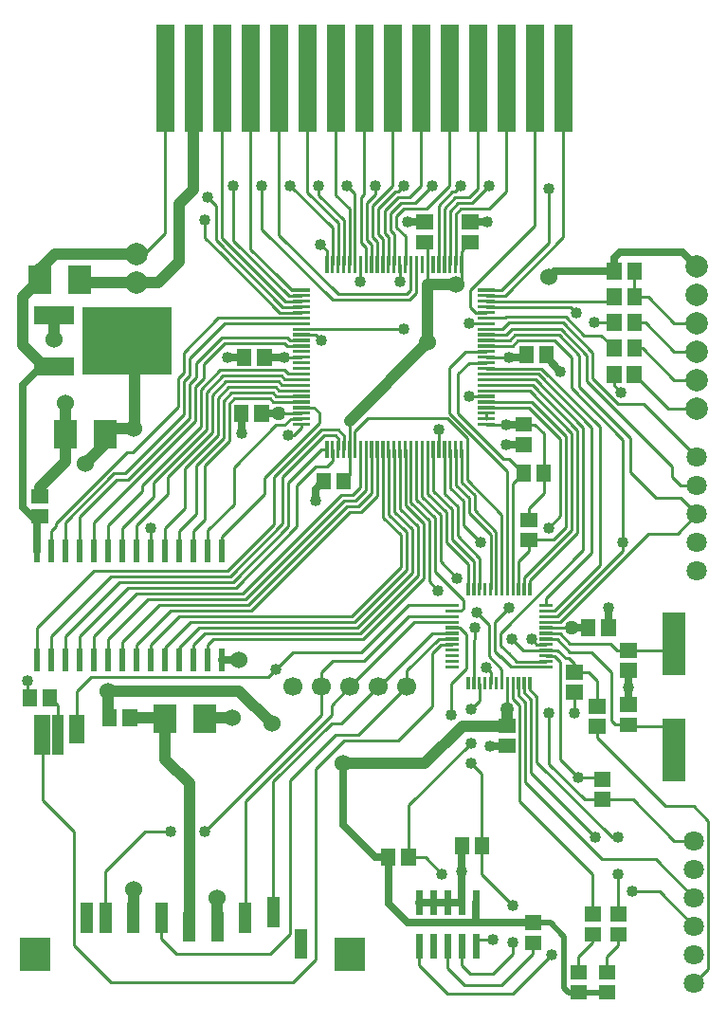
<source format=gbr>
G04 start of page 2 for group 0 idx 0 *
G04 Title: (unknown), component *
G04 Creator: pcb 1.99z *
G04 CreationDate: Thu 29 Aug 2013 05:32:10 PM GMT UTC *
G04 For: p *
G04 Format: Gerber/RS-274X *
G04 PCB-Dimensions (mil): 6000.00 5000.00 *
G04 PCB-Coordinate-Origin: lower left *
%MOIN*%
%FSLAX25Y25*%
%LNTOP*%
%ADD38C,0.0433*%
%ADD37C,0.0630*%
%ADD36C,0.0433*%
%ADD35C,0.1969*%
%ADD34C,0.0354*%
%ADD33C,0.0197*%
%ADD32C,0.0500*%
%ADD31C,0.0600*%
%ADD30R,0.0637X0.0637*%
%ADD29R,0.1063X0.1063*%
%ADD28R,0.0433X0.0433*%
%ADD27R,0.2362X0.2362*%
%ADD26R,0.0630X0.0630*%
%ADD25R,0.0551X0.0551*%
%ADD24R,0.0394X0.0394*%
%ADD23R,0.0200X0.0200*%
%ADD22R,0.0236X0.0236*%
%ADD21R,0.0800X0.0800*%
%ADD20R,0.0110X0.0110*%
%ADD19R,0.0512X0.0512*%
%ADD18C,0.0669*%
%ADD17C,0.0001*%
%ADD16C,0.0787*%
%ADD15C,0.0709*%
%ADD14C,0.0200*%
%ADD13C,0.0250*%
%ADD12C,0.0100*%
%ADD11C,0.0400*%
G54D11*X188456Y406099D02*Y410074D01*
X193411Y393644D02*X193267Y393787D01*
X193411Y385054D02*Y393644D01*
X182411Y383054D02*X188411Y377054D01*
X182411Y383054D02*Y400054D01*
X188411Y406054D02*X182411Y400054D01*
X195456Y415074D02*X222456D01*
X229935Y405054D02*X203411D01*
X202411Y406054D01*
X195391Y415074D02*X193520D01*
X188456Y410010D01*
G54D12*X222456Y415074D02*X224956D01*
X232456Y422574D01*
G54D11*X229935Y405054D02*X237463Y412582D01*
G54D12*X272756Y394689D02*X252370Y415074D01*
X272411Y407033D02*X262463Y416981D01*
X275849Y400595D02*X256463Y419981D01*
X274818Y398626D02*X252463Y420981D01*
X273786Y396658D02*X250370Y420074D01*
G54D11*X237463Y412582D02*Y432973D01*
G54D12*X250370Y420074D02*Y432160D01*
X246456Y420989D02*Y427074D01*
G54D11*X237463Y432973D02*X242456Y437965D01*
Y469100D01*
G54D12*X232456D02*Y422574D01*
X250370Y432160D02*X247456Y435074D01*
X266463Y424002D02*Y439233D01*
X262463Y416981D02*X262456Y473100D01*
X256463Y419981D02*Y439233D01*
X252456Y473100D02*X252463Y420981D01*
X252370Y415074D02*X246456Y420989D01*
X241070Y378666D02*X253156Y390752D01*
X239070Y380666D02*X251126Y392721D01*
X297156Y324382D02*X262747Y289973D01*
X296156Y326382D02*X261747Y291973D01*
X295156Y328382D02*X260747Y293973D01*
X294156Y330382D02*X259747Y295973D01*
X257243Y297973D02*X278652Y319382D01*
Y333878D01*
X256243Y299973D02*X275652Y319382D01*
Y334878D01*
X273652Y320382D02*Y336878D01*
X270652Y320162D02*Y336878D01*
X268658Y266473D02*X277327Y275142D01*
X255243Y301973D02*X273652Y320382D01*
X254463Y303973D02*X270652Y320162D01*
X305030Y331256D02*X300156Y326382D01*
X296156D01*
X301156Y324382D02*X297156D01*
X298156Y330382D02*X294156D01*
X299156Y328382D02*X295156D01*
Y335382D02*X297156Y337382D01*
Y356382D01*
X289156Y340382D02*X285156D01*
G54D13*Y328382D02*Y332468D01*
X288070Y335382D01*
G54D12*X278652Y333878D02*X285156Y340382D01*
X287156Y346382D02*X275652Y334878D01*
X288156Y351382D02*X273652Y336878D01*
X287156Y353382D02*X270652Y336878D01*
X286652Y355878D02*X267259Y336485D01*
X275652Y351382D02*X277677D01*
X280345Y354050D01*
Y355319D01*
X274370Y355074D02*X271370D01*
X302022Y279973D02*X323156Y301107D01*
X301022Y281973D02*X321156Y302107D01*
X325156Y300280D02*Y321382D01*
X323156Y301107D02*Y320382D01*
X321156Y302107D02*Y319382D01*
X319156Y303107D02*Y318382D01*
X317156Y304107D02*Y317382D01*
X315156Y305107D02*Y316382D01*
X300022Y283973D02*X319156Y303107D01*
X316156Y303107D02*X317156Y304107D01*
X298022Y287973D02*X315156Y305107D01*
X318809Y327729D02*X325156Y321382D01*
X316841Y326697D02*X323156Y320382D01*
X314872Y325666D02*X321156Y319382D01*
X312904Y324634D02*X319156Y318382D01*
X317156Y317382D02*X316156Y318382D01*
X308967Y322571D02*X315156Y316382D01*
X291250Y342476D02*X289156Y340382D01*
X292156Y351382D02*X288156D01*
X293156Y353382D02*X287156D01*
X289282Y346382D02*X287156D01*
X291250D02*Y342476D01*
X293219Y346382D02*Y350319D01*
X292156Y351382D01*
X295187Y346382D02*Y351351D01*
X293156Y353382D01*
X299124Y346382D02*Y352854D01*
X303652Y357382D01*
X280345Y361224D02*X284809D01*
X286652Y359382D01*
Y355878D01*
X280345Y359256D02*X272345D01*
G54D13*X266345D01*
G54D12*X280345Y363193D02*X270345D01*
X269156Y364382D01*
X253070Y363666D02*Y350666D01*
X280345Y365162D02*X271376D01*
X280345Y367130D02*X272408D01*
X271376Y365162D02*X270156Y366382D01*
X272408Y367130D02*X271156Y368382D01*
X254786D01*
X280345Y357288D02*X276583D01*
X274370Y355074D01*
X280345Y369099D02*X273439D01*
X272156Y370382D01*
X280345Y371067D02*X274471D01*
X273156Y372382D01*
X280345Y373036D02*X275502D01*
G54D13*X274345Y378941D02*X267345D01*
G54D12*X274345Y383941D02*X253345D01*
X275502Y373036D02*X274156Y374382D01*
X274345Y378941D02*X280345D01*
Y382878D02*X275408D01*
X274345Y383941D01*
X280345Y384847D02*X276439D01*
X275345Y385941D01*
X252345D01*
X280345Y390752D02*X253156D01*
X280345Y392721D02*X251126D01*
X270156Y366382D02*X255786D01*
X253070Y363666D01*
X272156Y370382D02*X253786D01*
X273156Y372382D02*X252786D01*
X274156Y374382D02*X251786D01*
X285471Y386815D02*X287345Y384941D01*
X280345Y386815D02*X285471D01*
G54D11*X297156Y356500D02*X324715Y384059D01*
G54D12*X280345Y388784D02*X316431D01*
X313715Y428500D02*X316290Y431074D01*
X311715Y429420D02*X315370Y433074D01*
X316290Y431074D02*X324370D01*
X315370Y433074D02*X320305D01*
X311715Y423500D02*Y429420D01*
X309715Y430420D02*X314370Y435074D01*
X318370D01*
X307370Y431074D02*X313370Y437074D01*
X314305D01*
X316463Y439233D01*
X306463Y436168D02*Y439233D01*
X322456Y439160D02*X318370Y435074D01*
X287070Y418666D02*X289282Y416454D01*
Y411500D02*Y416454D01*
X301093Y405500D02*Y411500D01*
X305030D02*Y418414D01*
X303370Y420074D01*
X303062Y417382D02*X301370Y419074D01*
X303062Y411500D02*Y417382D01*
X295188Y411500D02*Y427256D01*
X293219Y411500D02*Y426225D01*
X291251Y411500D02*Y424445D01*
X303370Y433074D02*X306463Y436168D01*
X301370Y435074D02*X302463Y436168D01*
X299126Y436571D02*X296463Y439233D01*
X312456Y439160D02*X305370Y432074D01*
X286463Y435981D02*Y439233D01*
X282463Y436981D02*X282456Y473100D01*
X272463Y422002D02*X272456Y473100D01*
X292456D02*Y435989D01*
X297156Y431288D01*
X312456Y473100D02*Y439160D01*
X322456Y473100D02*Y439160D01*
X309715Y422500D02*Y430420D01*
X307370Y422074D02*Y431074D01*
X305370Y421074D02*Y432074D01*
X303370Y420074D02*Y433074D01*
X301370Y419074D02*Y435074D01*
X299126Y411500D02*Y436571D01*
X297156Y411500D02*Y431288D01*
X295188Y427256D02*X286463Y435981D01*
X293219Y426225D02*X282463Y436981D01*
X291251Y424445D02*X276463Y439233D01*
X280345Y402563D02*X276881D01*
X272370Y407074D01*
X280345Y400595D02*X275849D01*
X280345Y398626D02*X274818D01*
X293411Y401054D02*X272463Y422002D01*
X291411Y399054D02*X266463Y424002D01*
X280345Y396658D02*X273786D01*
X280345Y394689D02*X272756D01*
X314873Y405500D02*Y411500D01*
X308967D02*Y420477D01*
X307370Y422074D01*
X306999Y411500D02*Y419445D01*
X305370Y421074D01*
G54D13*X317715Y426500D02*X323715D01*
G54D12*X318810Y411500D02*Y402454D01*
X317411Y401054D01*
X293411D01*
X318411Y399054D02*X291411D01*
X320778Y411500D02*Y401422D01*
X318411Y399054D01*
X230377Y291973D02*X261747D01*
X226378Y293973D02*X260747D01*
X222378Y295973D02*X259747D01*
X219378Y297973D02*X257243D01*
X216378Y299973D02*X256243D01*
X213378Y301973D02*X255243D01*
X192377Y272473D02*Y280973D01*
G54D11*X197378Y362973D02*Y342059D01*
G54D12*X197377Y310973D02*Y321020D01*
X192377Y310973D02*Y317973D01*
X194070Y319666D01*
Y320666D01*
X187378Y272473D02*Y283973D01*
X212378Y310973D02*Y319973D01*
X207378Y310973D02*Y320973D01*
X202377Y310973D02*Y322973D01*
X183864Y265146D02*Y260060D01*
X184778Y259146D01*
X194634Y246174D02*Y256376D01*
X191864Y259146D01*
X201327Y248142D02*Y261423D01*
X206377Y266473D01*
X227377Y277973D02*X237377Y287973D01*
X222378Y277973D02*X234377Y289973D01*
X217377Y278973D02*X230377Y291973D01*
X237377Y310973D02*Y317973D01*
X212378Y272473D02*Y279973D01*
X207378Y272473D02*Y280973D01*
X202377Y272473D02*Y280973D01*
X197378Y272473D02*Y280973D01*
X216378Y299973D01*
X192377Y280973D02*X213378Y301973D01*
X187378Y283973D02*X207378Y303973D01*
X212378Y279973D02*X226378Y293973D01*
X207378Y280973D02*X222378Y295973D01*
X202377Y280973D02*X219378Y297973D01*
X228378Y334973D02*X247070Y353666D01*
X224377Y333973D02*X245070Y354666D01*
X220377Y333973D02*X243070Y356666D01*
X241070Y357666D02*X219377Y335973D01*
X214411Y338054D02*X218411D01*
X239070Y358714D01*
X219070Y345666D02*X221070D01*
X237070Y361666D01*
G54D13*X187377Y310973D02*Y321934D01*
X188411Y322969D01*
X185497D01*
X182411Y326054D01*
G54D12*X197377Y321020D02*X214411Y338054D01*
X194070Y320666D02*X219070Y345666D01*
G54D11*X188411Y330054D02*Y333088D01*
X197378Y342054D01*
G54D13*X182411Y326054D02*Y369054D01*
X189411Y376054D02*X182411Y369054D01*
G54D12*X227377Y272473D02*Y277973D01*
X222378Y272473D02*Y277973D01*
X217377Y272473D02*Y278973D01*
X268658Y266473D02*X206377D01*
G54D11*X212456Y261574D02*X258456D01*
G54D13*X252377Y272473D02*X258377D01*
G54D11*X255956Y252074D02*X246479D01*
X246377Y251973D01*
X212456Y261574D02*Y252489D01*
X212870Y252074D01*
X219956D02*X231956D01*
X232456Y251574D01*
G54D12*X252377Y310973D02*Y315973D01*
X242378Y310973D02*Y317973D01*
X246377Y321973D01*
X237377Y317973D02*X243377Y323973D01*
X247377Y310973D02*Y318045D01*
X232378Y310973D02*Y318973D01*
X239378Y325973D01*
X217377Y310973D02*Y318973D01*
X227377Y310973D02*Y318973D01*
X222378Y310973D02*Y319973D01*
X207378Y303973D02*X254463D01*
X239378Y325973D02*Y339973D01*
X252377Y315973D02*X267259Y330855D01*
X256652Y327320D02*X247377Y318045D01*
X217377Y318973D02*X228378Y329973D01*
X212378Y319973D02*X224377Y331973D01*
Y333973D01*
X228378Y329973D02*Y334973D01*
X222378Y319973D02*X233377Y330973D01*
Y336973D01*
X207378Y320973D02*X220377Y333973D01*
X202377Y322973D02*X215377Y335973D01*
X219378D02*X215377D01*
G54D11*X221463Y353973D02*X213377D01*
X211377Y351973D01*
X204456Y341574D02*X211456Y348574D01*
Y352051D01*
G54D12*X243377Y323973D02*Y340973D01*
X246377D02*Y321973D01*
X239378Y339973D02*X251070Y351666D01*
X233377Y336973D02*X249070Y352666D01*
X267259Y330855D02*Y336485D01*
X271370Y355074D02*X256652Y340357D01*
Y327320D02*Y340357D01*
G54D13*X259259Y359256D02*Y352256D01*
X254345Y378941D02*X260259D01*
G54D12*X255070Y362666D02*X256786Y364382D01*
X269156D02*X256786D01*
X252345Y385941D02*X243370Y376965D01*
X246070Y371666D02*Y376666D01*
X253345Y383941D01*
X243370Y376965D02*Y371965D01*
X246377Y340973D02*X255070Y349666D01*
Y362666D01*
X243377Y340973D02*X253070Y350666D01*
X251070Y351666D02*Y364666D01*
X249070Y352666D02*Y365666D01*
X247070Y353666D02*Y366666D01*
X251070Y364666D02*X254786Y368382D01*
X249070Y365666D02*X253786Y370382D01*
X247070Y366666D02*X252786Y372382D01*
X245070Y367666D02*X251786Y374382D01*
X243070Y368666D02*X246070Y371666D01*
X243370Y371965D02*X241070Y369666D01*
X245070Y354666D02*Y367666D01*
X243070Y356666D02*Y368666D01*
X241070Y369666D02*Y357666D01*
X239070Y358714D02*Y370666D01*
X241070Y372666D01*
Y378666D01*
G54D11*X221493Y353973D02*Y384296D01*
G54D12*X237070Y361666D02*Y371666D01*
X239070Y373666D01*
Y380666D01*
X247377Y272473D02*Y277973D01*
X249377Y279973D01*
X242378Y272473D02*Y277973D01*
X246377Y281973D01*
X237377Y272473D02*Y276973D01*
X244378Y283973D01*
X232378Y272473D02*Y276973D01*
X241378Y285973D01*
X237377Y287973D02*X298022D01*
X241378Y285973D02*X299022D01*
X311683Y298634D01*
X234377Y289973D02*X262747D01*
X244378Y283973D02*X300022D01*
X246377Y281973D02*X301022D01*
X249377Y279973D02*X302022D01*
X307327Y263142D02*X307567D01*
X287327Y268142D02*X291327Y272142D01*
X302327D01*
X277327Y275142D02*X301327D01*
G54D11*X294956Y236074D02*X323639D01*
G54D12*X295535Y244142D02*X314327D01*
X326327Y256142D01*
X292327Y246142D02*X300327D01*
X317327Y263142D01*
X326327Y256142D02*Y274934D01*
X317327Y263142D02*Y268722D01*
X328495Y279889D01*
X307567Y263142D02*X326283Y281858D01*
X297327Y263142D02*X319980Y285795D01*
X302327Y272142D02*X317948Y287763D01*
X301327Y275142D02*X317885Y291700D01*
G54D11*X258456Y261574D02*X269956Y250074D01*
G54D12*X287327Y253142D02*X246327Y212142D01*
X294327Y250142D02*X307327Y263142D01*
X294327Y250142D02*X290861D01*
X290864Y253146D02*Y256679D01*
X297331Y263146D01*
X287327Y268142D02*Y253142D01*
X260579Y222861D02*X290864Y253146D01*
X270421Y229703D02*X290861Y250142D01*
X292327Y246142D02*X276327Y230142D01*
X295327Y244142D02*X285327Y234142D01*
G54D13*X294956Y236074D02*Y214481D01*
X306362Y203074D01*
G54D12*X323956Y203043D02*X317956D01*
Y221392D01*
G54D13*X310870Y203074D02*X306362D01*
G54D12*X358657Y264346D02*Y261067D01*
X360626Y264346D02*Y262099D01*
X359145Y257579D02*Y229579D01*
X357145Y256579D02*Y226579D01*
X363145Y259579D02*Y236579D01*
X357145Y226547D02*Y222854D01*
X361145Y258579D02*Y232854D01*
X361798Y173115D02*Y169200D01*
X350798Y158200D01*
G54D13*X361712Y180115D02*X361798Y180200D01*
X346751Y242260D02*X352751D01*
G54D12*X354720Y264346D02*Y259004D01*
X352751Y264345D02*Y255346D01*
G54D13*Y249346D02*Y249346D01*
G54D11*Y255346D02*Y249346D01*
X336909Y249345D02*X352909D01*
G54D12*X354720Y259004D02*X357145Y256579D01*
X356688Y264346D02*Y260036D01*
X359145Y257579D01*
X358657Y261067D02*X361145Y258579D01*
X360626Y262099D02*X363145Y259579D01*
X350783Y264345D02*Y269220D01*
X346211Y273792D01*
X353955Y270049D02*X350211Y273792D01*
X350327Y273676D02*X348327Y275676D01*
X332909Y253345D02*Y264257D01*
X342909Y258345D02*X339909Y255345D01*
G54D11*X323639Y236074D02*X336909Y249345D01*
G54D12*X339909Y243345D02*X317956Y221392D01*
X343798Y232456D02*X339909Y236345D01*
X338231Y269579D02*X332909Y264257D01*
X335956Y203074D03*
G54D13*X336798Y187200D02*Y207200D01*
G54D12*X329798Y197200D02*X323956Y203043D01*
G54D13*X336798Y187200D02*X321798D01*
X317561Y180115D02*X361712D01*
X341798Y187200D02*Y180232D01*
G54D12*X354798Y186200D02*X343798Y197200D01*
Y232456D01*
G54D13*X341798Y180232D02*X341956Y180074D01*
G54D12*X347798Y174200D02*X341798D01*
X354798Y169200D02*X347798Y162200D01*
X339798D02*X347798D01*
X337798Y158200D02*X350798D01*
X331798Y155200D02*X354691D01*
X371297Y285797D02*X402463Y316963D01*
G54D13*X388327Y290828D02*Y283828D01*
G54D12*X391327Y275914D02*X409013D01*
X411327Y278228D01*
X402463Y316963D02*X411548D01*
X412548D01*
X405070Y329666D02*X413675D01*
X412548Y316963D02*X419463Y323878D01*
X374751Y278346D02*X388895D01*
X375327Y283828D02*X375327Y283828D01*
G54D13*X375318Y283828D02*X381241D01*
X381241Y283828D01*
G54D12*X370265Y287765D02*X393463Y310963D01*
X360211Y314706D02*Y310792D01*
X356687Y307268D01*
Y297404D02*Y307268D01*
X360211Y314706D02*X369126D01*
X366327Y287765D02*X370265D01*
X366327Y285797D02*X371297D01*
X366327Y283828D02*X375327D01*
G54D13*X395327Y268828D02*Y256828D01*
G54D12*X389327Y268228D02*Y251228D01*
X390814Y249741D01*
X395327D01*
X395841Y249228D01*
X411327D01*
X366327Y281860D02*X371237D01*
X374751Y278346D01*
X366327Y279891D02*X370206D01*
X366327Y277922D02*X363081D01*
X361211Y279792D01*
X366327Y272017D02*X355987D01*
X366327Y270049D02*X353955D01*
X354327Y279828D02*X358202Y275954D01*
X370483D01*
X355987Y272017D02*X353211Y274792D01*
X370206Y279891D02*X374751Y275346D01*
X366327Y273985D02*X369451D01*
X371463Y271973D01*
X370483Y275954D02*X373294Y273142D01*
X374327D01*
X371463Y271973D02*Y237642D01*
X367463Y235973D02*Y253973D01*
X388895Y278346D02*X391327Y275914D01*
X374751Y275346D02*X382209D01*
X389327Y268228D01*
X374327Y273142D02*X376327Y271142D01*
Y268142D01*
X381327D01*
X384327Y265142D01*
Y256142D01*
Y249142D02*Y245142D01*
X376463Y253973D02*Y261006D01*
X376327Y261142D01*
X340940Y264346D02*Y279450D01*
X346846Y264345D02*Y268157D01*
X345211Y269792D01*
X341463Y279973D02*Y283973D01*
X346211Y284980D02*X341846Y289346D01*
X346211Y284980D02*Y273792D01*
X348327Y275676D02*Y285908D01*
X353211Y290792D02*X348327Y285908D01*
X353252Y274752D02*X350327Y277676D01*
Y281936D01*
X342909Y264345D02*Y258345D01*
X346846Y297404D02*Y316591D01*
X348813Y317623D02*Y297404D01*
X350782D02*Y323654D01*
X338231Y269579D02*Y281579D01*
X335983Y283827D01*
X333269D01*
Y289733D02*X336384D01*
X337231Y290579D01*
Y293579D01*
X340940Y279450D02*X341463Y279973D01*
X333269Y277921D02*X329314D01*
X333269Y279889D02*X328495D01*
X326327Y274934D02*X329314Y277921D01*
X333269Y281858D02*X326283D01*
X333269Y285795D02*X319980D01*
X333269Y287763D02*X317948D01*
X342908Y297404D02*Y308284D01*
X340939Y297404D02*Y307253D01*
X338971Y297404D02*Y306221D01*
X334846Y301346D02*X329156Y307035D01*
X333269Y291700D02*X317885D01*
X316156Y303107D02*X311683Y298634D01*
X337231Y293579D02*X327156Y303654D01*
X328463Y296973D02*X325156Y300280D01*
X327156Y303654D02*Y322382D01*
X320778Y328760D01*
X329156Y307035D02*Y323382D01*
X322746Y329792D01*
G54D11*X240894Y229136D02*X232456Y237574D01*
X240894Y229136D02*Y178714D01*
G54D12*X234327Y212142D02*X225327D01*
X211366Y198181D01*
G54D11*X221209Y181863D02*Y191863D01*
X250735Y188714D02*Y178714D01*
G54D12*X211366Y198181D02*Y181863D01*
X236327Y169142D02*X231051Y174418D01*
Y181863D01*
G54D11*X232456Y237574D02*Y251973D01*
G54D12*X260579Y181863D02*Y222861D01*
X270421Y183831D02*Y229703D01*
X276327Y230142D02*Y176142D01*
X285327Y234142D02*Y167142D01*
X276327Y176142D02*X269327Y169142D01*
X236327D01*
X285327Y167142D02*X277327Y159142D01*
X213327D01*
X200327Y172142D01*
Y212142D01*
X189327Y223142D01*
Y245142D01*
X331798Y171846D02*Y164200D01*
X321798Y165200D02*Y172200D01*
Y165200D02*X331798Y155200D01*
Y164200D02*X337798Y158200D01*
X336798Y171846D02*Y165200D01*
X339798Y162200D01*
G54D13*X310870Y203074D02*Y186806D01*
X317601Y180074D02*X310870Y186806D01*
G54D12*X386145Y202579D02*X359145Y229579D01*
X379943Y223493D02*X367463Y235973D01*
X357145Y222854D02*X382798Y197200D01*
X361145Y232854D02*X383798Y210200D01*
X377798Y231307D02*X385417D01*
X363145Y236579D02*X389524Y210200D01*
X371463Y237642D02*X377798Y231307D01*
X384327Y245142D02*X408327Y221142D01*
X379943Y223493D02*X396943D01*
X389524Y210200D02*X391798D01*
X386145Y202579D02*X404857D01*
X418463Y188973D02*X404857Y202579D01*
X405235Y191200D02*X406236D01*
X418463Y158973D02*X423463Y163973D01*
Y215973D01*
X406236Y191200D02*X418463Y178973D01*
Y208973D02*X411463D01*
X396798Y191200D02*X405235D01*
X423463Y215973D02*X418294Y221142D01*
X408327D02*X418294D01*
X411463Y208973D02*X396943Y223493D01*
X391798Y197200D02*Y183200D01*
X382798Y197200D02*Y183200D01*
Y176115D02*Y173200D01*
X354798D02*Y169200D01*
G54D14*X361798Y180115D02*X367884D01*
X372798Y175200D01*
G54D12*X391798Y176115D02*Y172200D01*
X387798Y168200D01*
Y162743D01*
X354691Y155200D02*X368463Y168973D01*
X382798Y173200D02*X377798Y168200D01*
Y162743D01*
G54D14*X372798Y175200D02*Y157200D01*
X374341Y155657D01*
X387798D01*
G54D12*X410558Y336878D02*X413558Y333878D01*
X410558Y336878D02*Y340657D01*
X419463Y323878D02*X413675Y329666D01*
X419463Y333878D02*X413558D01*
X405070Y329666D02*X396070Y338666D01*
X409378Y360973D02*X397378Y372973D01*
X411378Y370973D02*X400276Y382074D01*
X419463Y380973D02*X411378D01*
X419463Y390973D02*X411378D01*
X397456Y382074D02*X400276D01*
X397456Y391074D02*X401276D01*
X411378Y380973D02*X401276Y391074D01*
X402276Y400074D02*X411378Y390973D01*
G54D13*X392463Y415973D02*X413463D01*
X414463D01*
X419463Y410973D01*
G54D12*Y360973D02*X409378D01*
X419463Y370973D02*X411378D01*
X419463Y343878D02*X400675Y362666D01*
X396070Y338666D02*Y350666D01*
X380778Y370437D02*X410558Y340657D01*
X382778Y371437D02*X391549Y362666D01*
X390292Y372973D02*Y369152D01*
X392778Y366666D01*
X391549Y362666D02*X400675D01*
X301093Y346382D02*Y333319D01*
X298156Y330382D01*
X303061Y346382D02*Y332287D01*
X299156Y328382D01*
X305030Y346382D02*Y331256D01*
X306998Y346382D02*Y330224D01*
X308967Y346382D02*Y322571D01*
X306998Y330224D02*X301156Y324382D01*
X310935Y346382D02*Y323603D01*
X312904Y346382D02*Y324634D01*
X314872Y346382D02*Y325666D01*
X310935Y323603D02*X316156Y318382D01*
X316841Y346382D02*Y326697D01*
X318809Y327729D02*Y346382D01*
X320778Y328760D02*Y346382D01*
X322746Y329792D02*Y346382D01*
X324715D02*Y330823D01*
X326683Y331854D02*Y346382D01*
X330620Y330918D02*Y346382D01*
X328652D02*Y353382D01*
X303652Y357382D02*X331652D01*
X324715Y330823D02*X331156Y324382D01*
X333156Y325382D02*X326683Y331854D01*
X335156Y326382D02*X330620Y330918D01*
X331156Y324382D02*Y314011D01*
X333156Y314947D02*Y325382D01*
X335156Y316035D02*Y326382D01*
X337156Y328382D02*X332589Y332949D01*
X334557Y333981D02*X339156Y329382D01*
X336526Y335012D02*X341156Y330382D01*
X331156Y314011D02*X338971Y306196D01*
X340939Y307165D02*X333156Y314947D01*
X342908Y308284D02*X335156Y316035D01*
X343211Y313792D02*X337156Y319847D01*
Y328382D01*
X339156Y329382D02*Y324281D01*
X341156Y330382D02*Y325280D01*
X338652Y335784D02*X350782Y323654D01*
X339156Y324281D02*X346846Y316591D01*
X341156Y325280D02*X348813Y317623D01*
X354719Y297404D02*Y334489D01*
X352750Y297404D02*Y338946D01*
X358656Y297404D02*Y301425D01*
X360624Y297404D02*Y300394D01*
X332589Y332949D02*Y346382D01*
X334557D02*Y333981D01*
X336526Y346382D02*Y335012D01*
X338652Y350382D02*Y335784D01*
X351463Y343233D02*X335463Y359233D01*
X331652Y357382D02*X338652Y350382D01*
X339463Y365161D02*X345463D01*
X335463Y359233D02*Y373233D01*
X332463Y359233D02*Y375233D01*
X335463Y373233D02*X339202Y376972D01*
X332463Y375233D02*X338139Y380909D01*
X339202Y376972D02*X345463D01*
X338139Y380909D02*X345463D01*
X352750Y338946D02*X332463Y359233D01*
X339463Y390752D02*X345463D01*
Y394689D02*X341526D01*
X339715Y396500D01*
Y402500D01*
G54D11*X324715Y384059D02*Y404500D01*
X334526D01*
G54D12*Y404689D02*X334715Y404500D01*
X336526Y406311D02*X334715Y404500D01*
X324715Y411500D02*Y418414D01*
Y411500D02*Y404500D01*
Y418414D02*X323715Y419414D01*
X316841Y411500D02*Y421374D01*
X313715Y424500D01*
Y428500D01*
X312904Y411500D02*Y422311D01*
X311715Y423500D01*
X310936Y411500D02*Y421279D01*
X309715Y422500D01*
X320305Y433074D02*X326463Y439233D01*
X332456Y473100D02*Y439160D01*
X324370Y431074D01*
X302463Y436168D02*X302456Y473100D01*
X336526Y416225D02*X339715Y419414D01*
X336526Y411500D02*Y406311D01*
Y411311D02*Y416225D01*
G54D13*X339715Y426500D02*X345715D01*
G54D12*X339715Y402500D02*X362463Y425248D01*
X346370Y431074D02*X336370D01*
X340305Y433074D02*X346463Y439233D01*
X342463Y438168D02*X339370Y435074D01*
X334305Y437074D02*X336463Y439233D01*
X336370Y431074D02*X334558Y429263D01*
X332589Y430294D02*X335370Y433074D01*
X340305D01*
X339370Y435074D02*X334370D01*
X330621Y431326D01*
X334558Y429263D02*Y411500D01*
X332589D02*Y430294D01*
X330621Y431326D02*Y411500D01*
X328652D02*Y432357D01*
X333370Y437074D01*
X334305D01*
X353493Y384846D02*X355431Y386784D01*
X352400Y386815D02*X354369Y388784D01*
X345463Y384846D02*X353493D01*
X345463Y388783D02*X351078D01*
X353370Y391074D01*
X345463Y392720D02*X352015D01*
X352370Y393074D01*
X372463Y421233D02*X372456Y477100D01*
X367456Y419225D02*Y438074D01*
X362463Y425248D02*Y469093D01*
X362456Y469100D01*
X352456D02*Y437160D01*
X345463Y402563D02*X350793D01*
X352456Y437160D02*X346370Y431074D01*
X342456Y473100D02*X342463Y438168D01*
X360566Y367130D02*X345463D01*
X361598Y369098D02*X345463D01*
X362630Y371067D02*X345463D01*
Y378941D02*X353463D01*
X363661Y373035D02*X345463D01*
X364693Y375004D02*X345463D01*
Y382878D02*X354526D01*
G54D13*X358588Y378941D02*X359431Y379784D01*
G54D12*X397456Y409074D02*Y400074D01*
X402276D01*
G54D13*X390370Y409074D02*Y413879D01*
G54D12*X388921Y398626D02*X390370Y400074D01*
G54D13*Y413879D02*X392463Y415973D01*
X369370Y409074D02*X390370D01*
G54D12*X383370Y391074D02*X390370D01*
X373370Y393074D02*X379778Y386666D01*
X385778D01*
X390370Y382074D01*
X382778Y380666D02*X372370Y391074D01*
G54D13*X371431Y373784D02*X366517Y378698D01*
G54D12*X375370Y378845D02*Y368074D01*
X378070Y368666D02*Y379666D01*
X380778Y370437D02*Y379666D01*
G54D13*X366517Y378698D02*Y379784D01*
X353588Y378941D02*X358588D01*
G54D12*X354526Y382878D02*X356431Y384784D01*
X369431D01*
X355431Y386784D02*X370952D01*
X369431Y384784D02*X375370Y378845D01*
X378070Y379666D02*X370952Y386784D01*
X380778Y379666D02*X371660Y388784D01*
X382778Y371437D02*Y380666D01*
X345463Y398626D02*X388921D01*
X345463Y396657D02*X375080D01*
X377070Y394666D01*
X351824Y400594D02*X372463Y421233D01*
X350793Y402563D02*X367456Y419225D01*
G54D13*X367370Y407074D02*X369370Y409074D01*
G54D12*X345463Y386815D02*X352400D01*
X345463Y400594D02*X351824D01*
X352370Y393074D02*X373370D01*
X354369Y388784D02*X371660D01*
X353370Y391074D02*X372370D01*
X367211Y318792D02*X371463Y323044D01*
X369126Y314706D02*X373463Y319044D01*
X371463Y323044D02*Y350233D01*
X373463Y319044D02*Y351233D01*
X365549Y338147D02*Y331319D01*
X360211Y325981D01*
Y321792D01*
X358463Y338233D02*X354719Y334489D01*
X358656Y301425D02*X375463Y318233D01*
Y352233D01*
X377463Y317233D02*Y353233D01*
X379463Y311072D02*Y354233D01*
X382463Y310233D02*Y354233D01*
X385327Y305733D02*Y354369D01*
X393463Y310963D02*Y349981D01*
X360624Y300394D02*X377463Y317233D01*
X350327Y281936D02*X379463Y311072D01*
X366327Y291702D02*Y294096D01*
X382463Y310233D01*
X366327Y289733D02*X369327D01*
X385327Y305733D01*
X345463Y359256D02*Y357287D01*
Y355319D02*X352463D01*
X360472Y361224D02*X371463Y350233D01*
X365549Y338233D02*Y352147D01*
X362463Y355233D01*
X373463Y351233D02*X361463Y363233D01*
X358463Y338233D02*X353463Y343233D01*
X351463D01*
G54D13*X352463Y348233D02*X358463D01*
X352549Y355319D02*X358463D01*
G54D12*X345463Y361224D02*X360472D01*
X362463Y355233D02*X358463D01*
X361463Y363233D02*X345463D01*
X375463Y352233D02*X360566Y367130D01*
X377463Y353233D02*X361598Y369098D01*
X379463Y354233D02*X362630Y371067D01*
X382463Y354233D02*X363661Y373035D01*
X385327Y354369D02*X364693Y375004D01*
X375370Y368074D02*X393463Y349981D01*
X396070Y350666D02*X378070Y368666D01*
G54D15*X419463Y343878D03*
Y333878D03*
Y323878D03*
Y313878D03*
Y303878D03*
X418463Y208973D03*
Y198973D03*
Y188973D03*
Y178973D03*
Y168973D03*
Y158973D03*
G54D16*X419463Y410973D03*
Y400973D03*
Y390973D03*
Y380973D03*
Y370973D03*
Y360973D03*
X222411Y415054D03*
Y405054D03*
G54D17*G36*
X212119Y395606D02*Y389606D01*
X218119D01*
Y395606D01*
X212119D01*
G37*
G36*
X219993D02*Y389606D01*
X225993D01*
Y395606D01*
X219993D01*
G37*
G36*
Y387732D02*Y381732D01*
X225993D01*
Y387732D01*
X219993D01*
G37*
G36*
X212119D02*Y381732D01*
X218119D01*
Y387732D01*
X212119D01*
G37*
G36*
X219993Y379858D02*Y373858D01*
X225993D01*
Y379858D01*
X219993D01*
G37*
G36*
X212119D02*Y373858D01*
X218119D01*
Y379858D01*
X212119D01*
G37*
G36*
X227867Y395606D02*Y389606D01*
X233867D01*
Y395606D01*
X227867D01*
G37*
G36*
Y387732D02*Y381732D01*
X233867D01*
Y387732D01*
X227867D01*
G37*
G36*
Y379858D02*Y373858D01*
X233867D01*
Y379858D01*
X227867D01*
G37*
G54D18*X277327Y263142D03*
X287327D03*
X297327D03*
X307327D03*
X317327D03*
G54D19*X397456Y400467D02*Y399681D01*
X390370Y400467D02*Y399681D01*
X397456Y391467D02*Y390681D01*
X390370Y391467D02*Y390681D01*
X397456Y382467D02*Y381681D01*
X390370Y382467D02*Y381681D01*
X397378Y373366D02*Y372580D01*
X390292Y373366D02*Y372580D01*
X397456Y409467D02*Y408681D01*
X390370Y409467D02*Y408681D01*
G54D20*X343014Y373035D02*X347912D01*
X343014Y375004D02*X347912D01*
X343014Y376972D02*X347912D01*
X343014Y378941D02*X347912D01*
X343014Y380909D02*X347912D01*
X343014Y382878D02*X347912D01*
X343014Y384846D02*X347912D01*
X343014Y386815D02*X347912D01*
X343014Y388783D02*X347912D01*
G54D19*X366517Y380177D02*Y379391D01*
X359431Y380177D02*Y379391D01*
X365549Y338626D02*Y337840D01*
X358463Y338626D02*Y337840D01*
X359818Y321792D02*X360604D01*
X359818Y314706D02*X360604D01*
X385752Y223493D02*X386538D01*
X385752Y230579D02*X386538D01*
X382405Y183200D02*X383191D01*
X382405Y176114D02*X383191D01*
X391405Y183200D02*X392191D01*
X391405Y176114D02*X392191D01*
X377405Y155657D02*X378191D01*
X377405Y162743D02*X378191D01*
X387405Y155657D02*X388191D01*
X387405Y162743D02*X388191D01*
X352358Y242260D02*X353144D01*
X352358Y249346D02*X353144D01*
G54D21*X411327Y247828D02*Y233828D01*
G54D19*X383934Y249142D02*X384720D01*
G54D20*X364628Y270048D02*X368026D01*
X364628Y272016D02*X368026D01*
X364628Y273985D02*X368026D01*
X364628Y275953D02*X368026D01*
X364628Y277922D02*X368026D01*
X364628Y279890D02*X368026D01*
X364628Y281859D02*X368026D01*
X364628Y283827D02*X368026D01*
X364628Y285796D02*X368026D01*
G54D21*X411327Y285228D02*Y271228D01*
G54D20*X364628Y287764D02*X368026D01*
X364628Y289733D02*X368026D01*
X364628Y291701D02*X368026D01*
X360624Y299102D02*Y295704D01*
X358656Y299102D02*Y295704D01*
X356687Y299102D02*Y295704D01*
X354719Y299102D02*Y295704D01*
X352750Y299102D02*Y295704D01*
X350782Y299102D02*Y295704D01*
X348813Y299102D02*Y295704D01*
X346845Y299102D02*Y295704D01*
X344876Y299102D02*Y295704D01*
X338972Y266044D02*Y262646D01*
X340940Y266044D02*Y262646D01*
X342909Y266044D02*Y262646D01*
G54D19*X343884Y207593D02*Y206807D01*
G54D22*X341798Y190350D02*Y184051D01*
G54D20*X344877Y266044D02*Y262646D01*
X346846Y266044D02*Y262646D01*
X348814Y266044D02*Y262646D01*
X350783Y266044D02*Y262646D01*
X352751Y266044D02*Y262646D01*
X354720Y266044D02*Y262646D01*
X356688Y266044D02*Y262646D01*
X358657Y266044D02*Y262646D01*
X360625Y266044D02*Y262646D01*
G54D19*X361405Y180200D02*X362191D01*
X394934Y256827D02*X395720D01*
X394934Y249741D02*X395720D01*
X394934Y268828D02*X395720D01*
X394934Y275914D02*X395720D01*
X375934Y261142D02*X376720D01*
X375934Y268228D02*X376720D01*
X388327Y284221D02*Y283435D01*
X381241Y284221D02*Y283435D01*
X383934Y256228D02*X384720D01*
G54D23*X187377Y275473D02*Y269473D01*
G54D19*X188018Y330054D02*X188804D01*
X188018Y322968D02*X188804D01*
G54D23*X192377Y275473D02*Y269473D01*
G54D19*X191864Y259539D02*Y258753D01*
X184778Y259539D02*Y258753D01*
G54D23*X197377Y275473D02*Y269473D01*
X202377Y275473D02*Y269473D01*
X207377Y275473D02*Y269473D01*
X212377Y275473D02*Y269473D01*
X217377Y275473D02*Y269473D01*
X222377Y275473D02*Y269473D01*
X227377Y275473D02*Y269473D01*
G54D19*X219956Y252467D02*Y251681D01*
X212870Y252467D02*Y251681D01*
G54D24*X194634Y251095D02*Y241252D01*
G54D25*X189122Y250307D02*Y242040D01*
X201327Y250307D02*Y245977D01*
G54D23*X232377Y275473D02*Y269473D01*
X237377Y275473D02*Y269473D01*
X242377Y275473D02*Y269473D01*
X247377Y275473D02*Y269473D01*
X252377Y275473D02*Y269473D01*
G54D21*X232377Y252973D02*Y250973D01*
X246377Y252973D02*Y250973D01*
G54D23*X252377Y313973D02*Y307973D01*
X247377Y313973D02*Y307973D01*
X242377Y313973D02*Y307973D01*
X237377Y313973D02*Y307973D01*
X232377Y313973D02*Y307973D01*
X227377Y313973D02*Y307973D01*
X222377Y313973D02*Y307973D01*
X217377Y313973D02*Y307973D01*
X212377Y313973D02*Y307973D01*
X207377Y313973D02*Y307973D01*
X202377Y313973D02*Y307973D01*
X197377Y313973D02*Y307973D01*
X192377Y313973D02*Y307973D01*
X187377Y313973D02*Y307973D01*
G54D21*X188411Y407054D02*Y405054D01*
X202411Y407054D02*Y405054D01*
G54D26*X189527Y375677D02*X197008D01*
X189527Y393787D02*X197008D01*
G54D21*X211377Y352973D02*Y350973D01*
X197377Y352973D02*Y350973D01*
G54D27*X215119Y384732D02*X222993D01*
G54D28*X270421Y186882D02*Y180780D01*
X260579Y184914D02*Y178812D01*
X250736Y181764D02*Y175663D01*
X240894Y181764D02*Y175663D01*
X231051Y184914D02*Y178812D01*
X221209Y184914D02*Y178812D01*
X211366Y184914D02*Y178812D01*
X204969Y184914D02*Y178812D01*
X280264Y175859D02*Y169757D01*
G54D29*X297389Y169600D02*Y168418D01*
X186760Y169600D02*Y168418D01*
G54D30*X302455Y492728D02*Y461473D01*
X312455Y492728D02*Y461473D01*
X322455Y492728D02*Y461473D01*
X332455Y492728D02*Y461473D01*
X342455Y492728D02*Y461473D01*
X352455Y492728D02*Y461473D01*
X362455Y492728D02*Y461473D01*
X372455Y492728D02*Y461473D01*
G54D19*X260259Y379334D02*Y378548D01*
X267345Y379334D02*Y378548D01*
G54D20*X289282Y348831D02*Y343933D01*
X291250Y348831D02*Y343933D01*
X293219Y348831D02*Y343933D01*
X295187Y348831D02*Y343933D01*
X297156Y348831D02*Y343933D01*
X299124Y348831D02*Y343933D01*
X301093Y348831D02*Y343933D01*
X303061Y348831D02*Y343933D01*
X305030Y348831D02*Y343933D01*
G54D19*X288070Y335775D02*Y334989D01*
X295156Y335775D02*Y334989D01*
G54D20*X306998Y348831D02*Y343933D01*
X308967Y348831D02*Y343933D01*
X310935Y348831D02*Y343933D01*
X312904Y348831D02*Y343933D01*
X314872Y348831D02*Y343933D01*
X316841Y348831D02*Y343933D01*
X318809Y348831D02*Y343933D01*
X320778Y348831D02*Y343933D01*
X322746Y348831D02*Y343933D01*
X324715Y348831D02*Y343933D01*
X326683Y348831D02*Y343933D01*
X328652Y348831D02*Y343933D01*
X330620Y348831D02*Y343933D01*
X332589Y348831D02*Y343933D01*
X334557Y348831D02*Y343933D01*
X336526Y348831D02*Y343933D01*
G54D19*X358070Y348233D02*X358856D01*
G54D20*X343014Y355319D02*X347912D01*
X343014Y357287D02*X347912D01*
X343014Y359256D02*X347912D01*
X343014Y361224D02*X347912D01*
G54D19*X358070Y355319D02*X358856D01*
G54D20*X343014Y363193D02*X347912D01*
X343014Y365161D02*X347912D01*
X343014Y367130D02*X347912D01*
X343014Y369098D02*X347912D01*
X343014Y371067D02*X347912D01*
G54D19*X259259Y359649D02*Y358863D01*
X266345Y359649D02*Y358863D01*
G54D20*X277896Y380910D02*X282794D01*
X277896Y378941D02*X282794D01*
X277896Y376973D02*X282794D01*
X277896Y375004D02*X282794D01*
X277896Y373036D02*X282794D01*
X277896Y371067D02*X282794D01*
X277896Y369099D02*X282794D01*
X277896Y367130D02*X282794D01*
X277896Y365162D02*X282794D01*
X277896Y363193D02*X282794D01*
X277896Y361225D02*X282794D01*
X277896Y359256D02*X282794D01*
X277896Y357288D02*X282794D01*
X277896Y355319D02*X282794D01*
G54D30*X262455Y492728D02*Y461473D01*
X272455Y492728D02*Y461473D01*
X232455Y492728D02*Y461473D01*
X242455Y492728D02*Y461473D01*
X252455Y492728D02*Y461473D01*
X282455Y492728D02*Y461473D01*
X292455Y492728D02*Y461473D01*
G54D20*X343014Y390752D02*X347912D01*
X343014Y392720D02*X347912D01*
X343014Y394689D02*X347912D01*
X343014Y396657D02*X347912D01*
X343014Y398626D02*X347912D01*
X343014Y400594D02*X347912D01*
X343014Y402563D02*X347912D01*
X336526Y413949D02*Y409051D01*
X334558Y413949D02*Y409051D01*
X332589Y413949D02*Y409051D01*
X330621Y413949D02*Y409051D01*
X328652Y413949D02*Y409051D01*
X326684Y413949D02*Y409051D01*
G54D19*X339322Y419414D02*X340108D01*
X323322D02*X324108D01*
X339322Y426500D02*X340108D01*
X323322D02*X324108D01*
G54D20*X324715Y413949D02*Y409051D01*
X322747Y413949D02*Y409051D01*
X320778Y413949D02*Y409051D01*
X318810Y413949D02*Y409051D01*
X316841Y413949D02*Y409051D01*
X314873Y413949D02*Y409051D01*
X312904Y413949D02*Y409051D01*
X310936Y413949D02*Y409051D01*
X308967Y413949D02*Y409051D01*
X306999Y413949D02*Y409051D01*
X305030Y413949D02*Y409051D01*
X303062Y413949D02*Y409051D01*
X301093Y413949D02*Y409051D01*
X299125Y413949D02*Y409051D01*
X297156Y413949D02*Y409051D01*
X295188Y413949D02*Y409051D01*
X293219Y413949D02*Y409051D01*
X291251Y413949D02*Y409051D01*
X289282Y413949D02*Y409051D01*
X277896Y402563D02*X282794D01*
X277896Y400595D02*X282794D01*
X277896Y398626D02*X282794D01*
X277896Y396658D02*X282794D01*
X277896Y394689D02*X282794D01*
X277896Y392721D02*X282794D01*
X277896Y390752D02*X282794D01*
X277896Y388784D02*X282794D01*
X277896Y386815D02*X282794D01*
X277896Y384847D02*X282794D01*
X277896Y382878D02*X282794D01*
X342908Y299102D02*Y295704D01*
X340939Y299102D02*Y295704D01*
X338971Y299102D02*Y295704D01*
X331570Y291700D02*X334968D01*
X331570Y289732D02*X334968D01*
X331570Y287763D02*X334968D01*
X331570Y285795D02*X334968D01*
X331570Y283826D02*X334968D01*
X331570Y281858D02*X334968D01*
X331570Y279889D02*X334968D01*
X331570Y277921D02*X334968D01*
X331570Y275952D02*X334968D01*
X331570Y273984D02*X334968D01*
X331570Y272015D02*X334968D01*
X331570Y270047D02*X334968D01*
G54D19*X336798Y207593D02*Y206807D01*
X317956Y203467D02*Y202681D01*
X310870Y203467D02*Y202681D01*
G54D22*X341798Y174996D02*Y168696D01*
G54D19*X361405Y173114D02*X362191D01*
G54D22*X336798Y174996D02*Y168696D01*
Y190350D02*Y184051D01*
X331798Y174996D02*Y168696D01*
Y190350D02*Y184051D01*
X326798Y190350D02*Y184051D01*
X321798Y190350D02*Y184051D01*
X326798Y174996D02*Y168696D01*
X321798Y174996D02*Y168696D01*
G54D11*X367456Y438074D03*
X371431Y373784D03*
X383370Y391074D03*
G54D31*X367370Y407074D03*
G54D11*X377070Y394666D03*
X352463Y348233D03*
X353463Y378941D03*
X352463Y355319D03*
X392778Y366666D03*
X275652Y351382D03*
X254345Y378941D03*
X259259Y352256D03*
G54D32*X272345Y359256D03*
G54D11*X274345Y378941D03*
G54D31*X197378Y362973D03*
X204456Y341574D03*
X221463Y353973D03*
G54D11*X297156Y356382D03*
X287345Y384941D03*
G54D31*X193411Y385054D03*
G54D11*X227377Y318973D03*
X285156Y328382D03*
G54D31*X258377Y272473D03*
X269956Y250074D03*
X294956Y236074D03*
G54D11*X271327Y269142D03*
G54D31*X212456Y261574D03*
X221209Y191863D03*
X255956Y252074D03*
G54D11*X246327Y212142D03*
X234327D03*
G54D31*X250735Y188714D03*
G54D11*X183864Y265146D03*
X328463Y296973D03*
X328652Y353382D03*
X339463Y365161D03*
Y390752D03*
G54D31*X324715Y384059D03*
G54D11*X316431Y388784D03*
X367463Y253973D03*
X346751Y242260D03*
X345211Y269792D03*
X341846Y289346D03*
X334846Y301346D03*
X341463Y283973D03*
X353211Y290792D03*
X343211Y313792D03*
G54D32*X352751Y255346D03*
G54D11*X339909Y255345D03*
Y243345D03*
X332909Y253345D03*
X339909Y236345D03*
X336798Y198200D03*
X329798Y197200D03*
X266463Y439233D03*
X256463D03*
X247456Y435074D03*
X246456Y427074D03*
X317715Y426500D03*
X287070Y418666D03*
X345715Y426500D03*
G54D31*X334715Y404500D03*
G54D11*X276463Y439233D03*
X296463D03*
X286463D03*
X306463D03*
X301093Y405500D03*
X314873D03*
X316463Y439233D03*
X326463D03*
X336463D03*
X346463D03*
X393463Y313973D03*
X388327Y290828D03*
X395327Y262828D03*
X354327Y279828D03*
X391798Y210200D03*
Y197200D03*
X383798Y210200D03*
X377798Y231307D03*
X376463Y253973D03*
X396798Y191200D03*
G54D32*X375327Y283828D03*
G54D11*X361211Y279792D03*
X367211Y318792D03*
X368463Y168973D03*
X354798Y186200D03*
Y173200D03*
X347798Y174200D03*
G54D33*G54D34*G54D33*G54D34*G54D33*G54D34*G54D33*G54D34*G54D33*G54D34*G54D35*G54D34*G54D33*G54D34*G54D33*G54D34*G54D33*G54D34*G54D33*G54D36*G54D34*G54D36*G54D37*G54D36*G54D38*M02*

</source>
